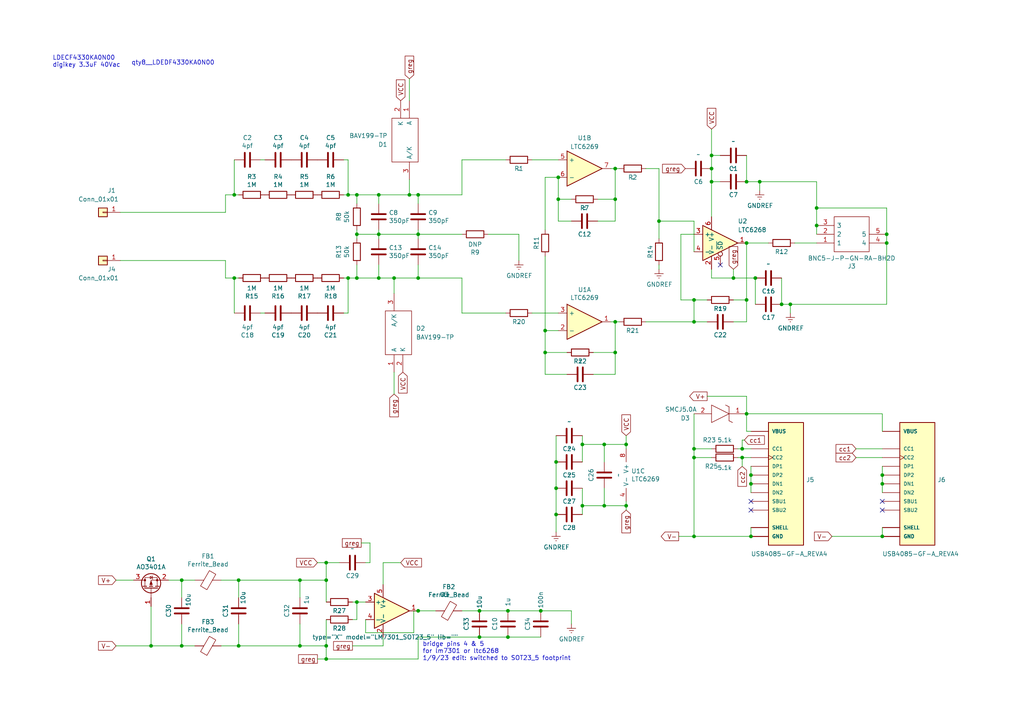
<source format=kicad_sch>
(kicad_sch (version 20211123) (generator eeschema)
  (paper "A4")
  (lib_symbols
    (symbol "BAV199-TP:BAV199-TP" (pin_names (offset 0.762))
      (property "Reference" "D" (at 19.05 7.62 0))
      (property "Value" "BAV199-TP" (at 19.05 5.08 0))
      (symbol "BAV199-TP_0_0"
        (pin passive line (at 0 0 0) (length 5.08) (name "A") (number "1"))
        (pin passive line (at 0 -2.54 0) (length 5.08) (name "K") (number "2"))
        (pin passive line (at 22.86 0 180) (length 5.08) (name "A/K") (number "3"))
      )
      (symbol "BAV199-TP_0_1"
        (polyline (pts (xy 5.08 2.54) (xy 17.78 2.54) (xy 17.78 -5.08) (xy 5.08 -5.08) (xy 5.08 2.54)) (stroke (width 0.1524)))
      )
    )
    (symbol "Connector_Generic:Conn_01x01" (pin_names (offset 1.016) hide)
      (property "Reference" "J" (at 0 2.54 0))
      (property "Value" "Conn_01x01" (at 0 -2.54 0))
      (symbol "Conn_01x01_1_1"
        (rectangle (start -1.27 0.127) (end 0 -0.127) (stroke (width 0.1524)))
        (rectangle (start -1.27 1.27) (end 1.27 -1.27) (stroke (width 0.254)) (fill (type background)))
        (pin passive line (at -5.08 0 0) (length 3.81) (name "Pin_1") (number "1"))
      )
    )
    (symbol "Device:C" (pin_numbers hide) (pin_names (offset 0.254))
      (property "Reference" "C" (at 0.635 2.54 0))
      (property "Value" "C" (at 0.635 -2.54 0))
      (symbol "C_0_1"
        (polyline (pts (xy -2.032 -0.762) (xy 2.032 -0.762)) (stroke (width 0.508)))
        (polyline (pts (xy -2.032 0.762) (xy 2.032 0.762)) (stroke (width 0.508)))
      )
      (symbol "C_1_1"
        (pin passive line (at 0 3.81 270) (length 2.794) (name "~") (number "1"))
        (pin passive line (at 0 -3.81 90) (length 2.794) (name "~") (number "2"))
      )
    )
    (symbol "Device:R" (pin_numbers hide) (pin_names (offset 0))
      (property "Reference" "R" (at 2.032 0 90))
      (property "Value" "R" (at 0 0 90))
      (symbol "R_0_1"
        (rectangle (start -1.016 -2.54) (end 1.016 2.54) (stroke (width 0.254)))
      )
      (symbol "R_1_1"
        (pin passive line (at 0 3.81 270) (length 1.27) (name "~") (number "1"))
        (pin passive line (at 0 -3.81 90) (length 1.27) (name "~") (number "2"))
      )
    )
    (symbol "Transistor_FET:AO3401A" (pin_names hide)
      (property "Reference" "Q" (at 5.08 1.905 0))
      (property "Value" "AO3401A" (at 5.08 0 0))
      (symbol "AO3401A_0_1"
        (polyline (pts (xy 0.254 0) (xy -2.54 0)))
        (polyline (pts (xy 0.254 1.905) (xy 0.254 -1.905)) (stroke (width 0.254)))
        (polyline (pts (xy 0.762 -1.27) (xy 0.762 -2.286)) (stroke (width 0.254)))
        (polyline (pts (xy 0.762 0.508) (xy 0.762 -0.508)) (stroke (width 0.254)))
        (polyline (pts (xy 0.762 2.286) (xy 0.762 1.27)) (stroke (width 0.254)))
        (polyline (pts (xy 2.54 2.54) (xy 2.54 1.778)))
        (polyline (pts (xy 2.54 -2.54) (xy 2.54 0) (xy 0.762 0)))
        (polyline (pts (xy 0.762 1.778) (xy 3.302 1.778) (xy 3.302 -1.778) (xy 0.762 -1.778)))
        (polyline (pts (xy 2.286 0) (xy 1.27 0.381) (xy 1.27 -0.381) (xy 2.286 0)) (fill (type outline)))
        (polyline (pts (xy 2.794 -0.508) (xy 2.921 -0.381) (xy 3.683 -0.381) (xy 3.81 -0.254)))
        (polyline (pts (xy 3.302 -0.381) (xy 2.921 0.254) (xy 3.683 0.254) (xy 3.302 -0.381)))
        (circle (center 1.651 0) (radius 2.794) (stroke (width 0.254)))
        (circle (center 2.54 -1.778) (radius 0.254) (fill (type outline)))
        (circle (center 2.54 1.778) (radius 0.254) (fill (type outline)))
      )
      (symbol "AO3401A_1_1"
        (pin input line (at -5.08 0 0) (length 2.54) (name "G") (number "1"))
        (pin passive line (at 2.54 -5.08 90) (length 2.54) (name "S") (number "2"))
        (pin passive line (at 2.54 5.08 270) (length 2.54) (name "D") (number "3"))
      )
    )
    (symbol "dad_bob-rescue:BNC5-J-P-GN-RA-BH2D-BNC5-J-P-GN-RA-BH2D" (pin_names (offset 0.762))
      (property "Reference" "J" (at 16.51 7.62 0))
      (property "Value" "BNC5-J-P-GN-RA-BH2D-BNC5-J-P-GN-RA-BH2D" (at 16.51 5.08 0))
      (symbol "BNC5-J-P-GN-RA-BH2D-BNC5-J-P-GN-RA-BH2D_0_0"
        (pin passive line (at 0 0 0) (length 5.08) (name "1") (number "1"))
        (pin passive line (at 0 -2.54 0) (length 5.08) (name "2") (number "2"))
        (pin passive line (at 0 -5.08 0) (length 5.08) (name "3") (number "3"))
        (pin passive line (at 20.32 0 180) (length 5.08) (name "4") (number "4"))
        (pin passive line (at 20.32 -2.54 180) (length 5.08) (name "5") (number "5"))
      )
      (symbol "BNC5-J-P-GN-RA-BH2D-BNC5-J-P-GN-RA-BH2D_0_1"
        (polyline (pts (xy 5.08 2.54) (xy 15.24 2.54) (xy 15.24 -7.62) (xy 5.08 -7.62) (xy 5.08 2.54)) (stroke (width 0.1524)))
      )
    )
    (symbol "dad_bob-rescue:Ferrite_Bead-Device" (pin_numbers hide) (pin_names (offset 0))
      (property "Reference" "FB" (at -3.81 0.635 90))
      (property "Value" "Ferrite_Bead-Device" (at 3.81 0 90))
      (symbol "Ferrite_Bead-Device_0_1"
        (polyline (pts (xy 0 -1.27) (xy 0 -1.2192)))
        (polyline (pts (xy 0 1.27) (xy 0 1.2954)))
        (polyline (pts (xy -2.7686 0.4064) (xy -1.7018 2.2606) (xy 2.7686 -0.3048) (xy 1.6764 -2.159) (xy -2.7686 0.4064)))
      )
      (symbol "Ferrite_Bead-Device_1_1"
        (pin passive line (at 0 3.81 270) (length 2.54) (name "~") (number "1"))
        (pin passive line (at 0 -3.81 90) (length 2.54) (name "~") (number "2"))
      )
    )
    (symbol "dad_bob-rescue:LTC6268_TSOT-23-Linear_Technology"
      (property "Reference" "U" (at 3.81 5.08 0))
      (property "Value" "LTC6268_TSOT-23-Linear_Technology" (at 3.81 -5.08 0))
      (symbol "LTC6268_TSOT-23-Linear_Technology_0_1"
        (polyline (pts (xy -5.08 5.08) (xy 5.08 0) (xy -5.08 -5.08) (xy -5.08 5.08)) (stroke (width 0.254)) (fill (type background)))
        (pin power_in line (at -2.54 -7.62 90) (length 3.81) (name "V-") (number "2"))
        (pin input inverted (at 0 -6.35 90) (length 3.81) (name "~{SD}") (number "5"))
        (pin power_in line (at -2.54 7.62 270) (length 3.81) (name "V+") (number "6"))
      )
      (symbol "LTC6268_TSOT-23-Linear_Technology_1_1"
        (pin output line (at 7.62 0 180) (length 2.54) (name "~") (number "1"))
        (pin input line (at -7.62 2.54 0) (length 2.54) (name "+") (number "3"))
        (pin input line (at -7.62 -2.54 0) (length 2.54) (name "-") (number "4"))
      )
    )
    (symbol "dad_bob-rescue:Opamp_Dual_Generic-Device"
      (property "Reference" "U" (at 0 5.08 0))
      (property "Value" "Opamp_Dual_Generic-Device" (at 0 -5.08 0))
      (symbol "Opamp_Dual_Generic-Device_1_1"
        (polyline (pts (xy -5.08 5.08) (xy 5.08 0) (xy -5.08 -5.08) (xy -5.08 5.08)) (stroke (width 0.254)) (fill (type background)))
        (pin output line (at 7.62 0 180) (length 2.54) (name "~") (number "1"))
        (pin input line (at -7.62 -2.54 0) (length 2.54) (name "-") (number "2"))
        (pin input line (at -7.62 2.54 0) (length 2.54) (name "+") (number "3"))
      )
      (symbol "Opamp_Dual_Generic-Device_2_1"
        (polyline (pts (xy -5.08 5.08) (xy 5.08 0) (xy -5.08 -5.08) (xy -5.08 5.08)) (stroke (width 0.254)) (fill (type background)))
        (pin input line (at -7.62 2.54 0) (length 2.54) (name "+") (number "5"))
        (pin input line (at -7.62 -2.54 0) (length 2.54) (name "-") (number "6"))
        (pin output line (at 7.62 0 180) (length 2.54) (name "~") (number "7"))
      )
      (symbol "Opamp_Dual_Generic-Device_3_1"
        (pin power_in line (at -2.54 -7.62 90) (length 3.81) (name "V-") (number "4"))
        (pin power_in line (at -2.54 7.62 270) (length 3.81) (name "V+") (number "8"))
      )
    )
    (symbol "dad_bob-rescue:SMCJ5.0A-00_kyuditsky_kicad" (pin_names (offset 0.762))
      (property "Reference" "D" (at 10.16 8.89 0))
      (property "Value" "SMCJ5.0A-00_kyuditsky_kicad" (at 10.16 6.35 0))
      (symbol "SMCJ5.0A-00_kyuditsky_kicad_0_0"
        (pin passive line (at 0 0 0) (length 5.08) (name "~") (number "1"))
        (pin passive line (at 15.24 0 180) (length 5.08) (name "~") (number "2"))
      )
      (symbol "SMCJ5.0A-00_kyuditsky_kicad_0_1"
        (polyline (pts (xy 4.064 2.54) (xy 5.08 2.032)) (stroke (width 0.1524)))
        (polyline (pts (xy 5.08 -2.032) (xy 5.08 2.032)) (stroke (width 0.1524)))
        (polyline (pts (xy 5.08 -2.032) (xy 6.096 -2.54)) (stroke (width 0.1524)))
        (polyline (pts (xy 5.08 0) (xy 10.16 2.54) (xy 10.16 -2.54) (xy 5.08 0)) (stroke (width 0.1524)))
      )
    )
    (symbol "dad_bob-rescue:USB4085-GF-A_REVA4-00_kyuditsky_kicad" (pin_numbers hide) (pin_names (offset 1.016))
      (property "Reference" "J" (at -5.1054 18.3134 0))
      (property "Value" "USB4085-GF-A_REVA4-00_kyuditsky_kicad" (at -5.1054 -20.3708 0))
      (symbol "USB4085-GF-A_REVA4-00_kyuditsky_kicad_0_0"
        (rectangle (start -5.08 -17.78) (end 5.08 17.78) (stroke (width 0.254)) (fill (type background)))
        (pin passive line (at -10.16 -15.24 0) (length 5.08) (name "GND") (number "A1"))
        (pin passive line (at -10.16 -15.24 0) (length 5.08) (name "GND") (number "A12"))
        (pin power_in line (at -10.16 15.24 0) (length 5.08) (name "VBUS") (number "A4"))
        (pin bidirectional line (at -10.16 10.16 0) (length 5.08) (name "CC1") (number "A5"))
        (pin bidirectional line (at -10.16 5.08 0) (length 5.08) (name "DP1") (number "A6"))
        (pin bidirectional line (at -10.16 0 0) (length 5.08) (name "DN1") (number "A7"))
        (pin bidirectional line (at -10.16 -5.08 0) (length 5.08) (name "SBU1") (number "A8"))
        (pin power_in line (at -10.16 15.24 0) (length 5.08) (name "VBUS") (number "A9"))
        (pin passive line (at -10.16 -15.24 0) (length 5.08) (name "GND") (number "B1"))
        (pin passive line (at -10.16 -15.24 0) (length 5.08) (name "GND") (number "B12"))
        (pin power_in line (at -10.16 15.24 0) (length 5.08) (name "VBUS") (number "B4"))
        (pin bidirectional clock (at -10.16 7.62 0) (length 5.08) (name "CC2") (number "B5"))
        (pin bidirectional line (at -10.16 2.54 0) (length 5.08) (name "DP2") (number "B6"))
        (pin bidirectional line (at -10.16 -2.54 0) (length 5.08) (name "DN2") (number "B7"))
        (pin bidirectional line (at -10.16 -7.62 0) (length 5.08) (name "SBU2") (number "B8"))
        (pin power_in line (at -10.16 15.24 0) (length 5.08) (name "VBUS") (number "B9"))
        (pin passive line (at -10.16 -12.7 0) (length 5.08) (name "SHELL") (number "P1"))
        (pin passive line (at -10.16 -12.7 0) (length 5.08) (name "SHELL") (number "P2"))
        (pin passive line (at -10.16 -12.7 0) (length 5.08) (name "SHELL") (number "P3"))
        (pin passive line (at -10.16 -12.7 0) (length 5.08) (name "SHELL") (number "P4"))
      )
    )
    (symbol "kyuditsky_kicad:LM7301_SOT23_5" (pin_names (offset 0.254))
      (property "Reference" "U" (at 3.81 3.175 0))
      (property "Value" "LM7301_SOT23_5" (at 3.81 -3.175 0))
      (symbol "LM7301_SOT23_5_0_1"
        (polyline (pts (xy 5.08 0) (xy -5.08 5.08) (xy -5.08 -5.08) (xy 5.08 0)) (stroke (width 0.254)) (fill (type background)))
      )
      (symbol "LM7301_SOT23_5_1_1"
        (pin output line (at 7.62 0 180) (length 2.54) (name "~") (number "1"))
        (pin power_in line (at -2.54 -7.62 90) (length 3.81) (name "V-") (number "2"))
        (pin input line (at -7.62 2.54 0) (length 2.54) (name "+") (number "3"))
        (pin input line (at -7.62 -2.54 0) (length 2.54) (name "-") (number "4"))
        (pin power_in line (at -2.54 7.62 270) (length 3.81) (name "V+") (number "5"))
      )
    )
    (symbol "power:GNDREF" (power) (pin_names (offset 0))
      (property "Value" "GNDREF" (at 0 -3.81 0))
      (symbol "GNDREF_0_1"
        (polyline (pts (xy -0.635 -1.905) (xy 0.635 -1.905)))
        (polyline (pts (xy -0.127 -2.54) (xy 0.127 -2.54)))
        (polyline (pts (xy 0 -1.27) (xy 0 0)))
        (polyline (pts (xy 1.27 -1.27) (xy -1.27 -1.27)))
      )
      (symbol "GNDREF_1_1"
        (pin power_in line (at 0 0 270) (length 0) hide (name "GNDREF") (number "1"))
      )
    )
  )
  (junction (at 67.945 80.645))
  (junction (at 139.065 177.165))
  (junction (at 161.29 141.605))
  (junction (at 139.065 184.785))
  (junction (at 220.345 52.705))
  (junction (at 257.175 70.485))
  (junction (at 216.535 86.995))
  (junction (at 178.435 102.235))
  (junction (at 216.535 70.485))
  (junction (at 216.535 52.705))
  (junction (at 206.375 48.895))
  (junction (at 69.215 187.325))
  (junction (at 161.29 133.985))
  (junction (at 212.725 80.645))
  (junction (at 168.91 128.905))
  (junction (at 103.505 56.515))
  (junction (at 219.075 80.645))
  (junction (at 109.855 67.945))
  (junction (at 201.295 93.345))
  (junction (at 161.925 51.435))
  (junction (at 178.435 93.345))
  (junction (at 52.705 187.325))
  (junction (at 100.965 80.645))
  (junction (at 217.805 155.575))
  (junction (at 175.26 128.905))
  (junction (at 121.285 56.515))
  (junction (at 121.285 80.645))
  (junction (at 226.695 88.265))
  (junction (at 217.805 140.335))
  (junction (at 69.215 168.275))
  (junction (at 201.295 86.995))
  (junction (at 94.615 191.135))
  (junction (at 175.26 146.685))
  (junction (at 161.29 149.225))
  (junction (at 103.505 174.625))
  (junction (at 118.745 56.515))
  (junction (at 215.265 130.175))
  (junction (at 255.905 140.335))
  (junction (at 114.3 80.645))
  (junction (at 257.175 67.945))
  (junction (at 67.945 56.515))
  (junction (at 178.435 57.785))
  (junction (at 147.32 184.785))
  (junction (at 94.615 187.325))
  (junction (at 255.905 155.575))
  (junction (at 201.295 132.715))
  (junction (at 161.925 57.785))
  (junction (at 94.615 168.275))
  (junction (at 100.965 56.515))
  (junction (at 94.615 163.195))
  (junction (at 191.135 64.135))
  (junction (at 178.435 48.895))
  (junction (at 206.375 45.085))
  (junction (at 109.855 56.515))
  (junction (at 181.61 146.685))
  (junction (at 255.905 137.795))
  (junction (at 158.115 102.235))
  (junction (at 229.235 88.265))
  (junction (at 103.505 67.945))
  (junction (at 168.91 146.685))
  (junction (at 206.375 52.705))
  (junction (at 201.295 130.175))
  (junction (at 217.805 137.795))
  (junction (at 201.295 155.575))
  (junction (at 236.855 60.325))
  (junction (at 43.815 187.325))
  (junction (at 147.32 177.165))
  (junction (at 215.265 132.715))
  (junction (at 121.285 67.945))
  (junction (at 216.535 120.015))
  (junction (at 52.705 168.275))
  (junction (at 236.855 65.405))
  (junction (at 103.505 80.645))
  (junction (at 86.995 168.275))
  (junction (at 109.855 80.645))
  (junction (at 158.115 95.885))
  (junction (at 156.845 177.165))
  (junction (at 121.285 177.165))
  (junction (at 86.995 187.325))
  (junction (at 181.61 128.905))
  (no_connect (at 255.905 145.415))
  (no_connect (at 217.805 147.955))
  (no_connect (at 255.905 147.955))
  (no_connect (at 217.805 145.415))
  (no_connect (at 208.915 76.835))
  (wire (pts (xy 197.485 67.945) (xy 201.295 67.945)))
  (wire (pts (xy 64.135 168.275) (xy 69.215 168.275)))
  (wire (pts (xy 236.855 52.705) (xy 236.855 60.325)))
  (wire (pts (xy 106.045 183.515) (xy 120.015 183.515)))
  (wire (pts (xy 52.705 187.325) (xy 56.515 187.325)))
  (wire (pts (xy 94.615 191.135) (xy 94.615 187.325)))
  (wire (pts (xy 181.61 128.905) (xy 181.61 130.175)))
  (wire (pts (xy 216.535 125.095) (xy 216.535 120.015)))
  (wire (pts (xy 147.32 184.785) (xy 156.845 184.785)))
  (wire (pts (xy 75.565 90.805) (xy 76.835 90.805)))
  (wire (pts (xy 100.965 56.515) (xy 99.695 56.515)))
  (wire (pts (xy 220.345 52.705) (xy 220.345 55.245)))
  (wire (pts (xy 236.855 60.325) (xy 257.175 60.325)))
  (wire (pts (xy 205.105 86.995) (xy 201.295 86.995)))
  (wire (pts (xy 158.115 95.885) (xy 161.925 95.885)))
  (wire (pts (xy 161.925 57.785) (xy 161.925 64.135)))
  (wire (pts (xy 92.075 191.135) (xy 94.615 191.135)))
  (wire (pts (xy 67.945 80.645) (xy 69.215 80.645)))
  (wire (pts (xy 161.29 141.605) (xy 161.29 133.985)))
  (wire (pts (xy 216.535 93.345) (xy 212.725 93.345)))
  (wire (pts (xy 34.925 61.595) (xy 65.405 61.595)))
  (wire (pts (xy 69.215 168.275) (xy 86.995 168.275)))
  (wire (pts (xy 217.805 125.095) (xy 216.535 125.095)))
  (wire (pts (xy 241.3 155.575) (xy 255.905 155.575)))
  (wire (pts (xy 187.325 48.895) (xy 191.135 48.895)))
  (wire (pts (xy 158.115 74.295) (xy 158.115 95.885)))
  (wire (pts (xy 168.91 141.605) (xy 168.91 146.685)))
  (wire (pts (xy 255.905 140.335) (xy 255.905 142.875)))
  (wire (pts (xy 133.985 56.515) (xy 133.985 46.355)))
  (wire (pts (xy 121.285 67.945) (xy 109.855 67.945)))
  (wire (pts (xy 196.85 155.575) (xy 201.295 155.575)))
  (wire (pts (xy 205.105 93.345) (xy 201.295 93.345)))
  (wire (pts (xy 161.29 154.305) (xy 161.29 149.225)))
  (wire (pts (xy 100.965 56.515) (xy 103.505 56.515)))
  (wire (pts (xy 94.615 191.135) (xy 121.285 191.135)))
  (wire (pts (xy 206.375 132.715) (xy 201.295 132.715)))
  (wire (pts (xy 168.91 128.905) (xy 168.91 133.985)))
  (wire (pts (xy 158.115 102.235) (xy 158.115 108.585)))
  (wire (pts (xy 216.535 45.085) (xy 216.535 52.705)))
  (wire (pts (xy 215.265 130.175) (xy 217.805 130.175)))
  (wire (pts (xy 109.855 66.675) (xy 109.855 67.945)))
  (wire (pts (xy 217.805 137.795) (xy 217.805 140.335)))
  (wire (pts (xy 98.425 163.195) (xy 94.615 163.195)))
  (wire (pts (xy 158.115 108.585) (xy 164.465 108.585)))
  (wire (pts (xy 257.175 60.325) (xy 257.175 67.945)))
  (wire (pts (xy 139.065 177.165) (xy 147.32 177.165)))
  (wire (pts (xy 86.995 168.275) (xy 94.615 168.275)))
  (wire (pts (xy 52.705 168.275) (xy 56.515 168.275)))
  (wire (pts (xy 201.295 120.015) (xy 201.295 130.175)))
  (wire (pts (xy 52.705 180.975) (xy 52.705 187.325)))
  (wire (pts (xy 100.965 46.355) (xy 99.695 46.355)))
  (wire (pts (xy 206.375 48.895) (xy 206.375 52.705)))
  (wire (pts (xy 178.435 102.235) (xy 178.435 108.585)))
  (wire (pts (xy 111.125 187.325) (xy 111.125 184.785)))
  (wire (pts (xy 236.855 65.405) (xy 236.855 60.325)))
  (wire (pts (xy 230.505 70.485) (xy 236.855 70.485)))
  (wire (pts (xy 165.735 177.165) (xy 165.735 180.975)))
  (wire (pts (xy 133.985 56.515) (xy 121.285 56.515)))
  (wire (pts (xy 133.985 90.805) (xy 133.985 80.645)))
  (wire (pts (xy 100.965 80.645) (xy 103.505 80.645)))
  (wire (pts (xy 216.535 70.485) (xy 216.535 86.995)))
  (wire (pts (xy 133.985 46.355) (xy 146.685 46.355)))
  (wire (pts (xy 178.435 93.345) (xy 179.705 93.345)))
  (wire (pts (xy 181.61 126.365) (xy 181.61 128.905)))
  (wire (pts (xy 236.855 67.945) (xy 236.855 65.405)))
  (wire (pts (xy 177.165 48.895) (xy 178.435 48.895)))
  (wire (pts (xy 65.405 56.515) (xy 67.945 56.515)))
  (wire (pts (xy 65.405 80.645) (xy 67.945 80.645)))
  (wire (pts (xy 86.995 173.355) (xy 86.995 168.275)))
  (wire (pts (xy 175.26 146.685) (xy 168.91 146.685)))
  (wire (pts (xy 121.285 184.785) (xy 121.285 191.135)))
  (wire (pts (xy 121.285 66.675) (xy 121.285 67.945)))
  (wire (pts (xy 173.355 57.785) (xy 178.435 57.785)))
  (wire (pts (xy 69.215 187.325) (xy 86.995 187.325)))
  (wire (pts (xy 229.235 90.805) (xy 229.235 88.265)))
  (wire (pts (xy 201.295 86.995) (xy 201.295 93.345)))
  (wire (pts (xy 226.695 80.645) (xy 226.695 88.265)))
  (wire (pts (xy 69.215 180.975) (xy 69.215 187.325)))
  (wire (pts (xy 191.135 64.135) (xy 191.135 69.215)))
  (wire (pts (xy 197.485 86.995) (xy 197.485 67.945)))
  (wire (pts (xy 217.805 153.035) (xy 217.805 155.575)))
  (wire (pts (xy 161.29 149.225) (xy 161.29 141.605)))
  (wire (pts (xy 120.015 183.515) (xy 120.015 177.165)))
  (wire (pts (xy 219.075 80.645) (xy 219.075 88.265)))
  (wire (pts (xy 67.945 56.515) (xy 69.215 56.515)))
  (wire (pts (xy 168.91 126.365) (xy 168.91 128.905)))
  (wire (pts (xy 213.995 130.175) (xy 215.265 130.175)))
  (wire (pts (xy 212.725 80.645) (xy 212.725 78.105)))
  (wire (pts (xy 161.925 46.355) (xy 154.305 46.355)))
  (wire (pts (xy 65.405 61.595) (xy 65.405 56.515)))
  (wire (pts (xy 217.805 135.255) (xy 217.805 137.795)))
  (wire (pts (xy 255.905 135.255) (xy 255.905 137.795)))
  (wire (pts (xy 158.115 95.885) (xy 158.115 102.235)))
  (wire (pts (xy 201.295 132.715) (xy 201.295 155.575)))
  (wire (pts (xy 103.505 76.835) (xy 103.505 80.645)))
  (wire (pts (xy 257.175 67.945) (xy 257.175 70.485)))
  (wire (pts (xy 206.375 80.645) (xy 212.725 80.645)))
  (wire (pts (xy 205.105 114.935) (xy 216.535 114.935)))
  (wire (pts (xy 161.925 64.135) (xy 165.735 64.135)))
  (wire (pts (xy 215.265 132.715) (xy 217.805 132.715)))
  (wire (pts (xy 52.705 168.275) (xy 48.895 168.275)))
  (wire (pts (xy 229.235 88.265) (xy 226.695 88.265)))
  (wire (pts (xy 107.315 163.195) (xy 106.045 163.195)))
  (wire (pts (xy 178.435 93.345) (xy 178.435 102.235)))
  (wire (pts (xy 104.775 157.48) (xy 107.315 157.48)))
  (wire (pts (xy 215.9 127.635) (xy 215.265 127.635)))
  (wire (pts (xy 175.26 128.905) (xy 168.91 128.905)))
  (wire (pts (xy 206.375 37.465) (xy 206.375 45.085)))
  (wire (pts (xy 216.535 52.705) (xy 220.345 52.705)))
  (wire (pts (xy 100.965 80.645) (xy 99.695 80.645)))
  (wire (pts (xy 94.615 163.195) (xy 94.615 168.275)))
  (wire (pts (xy 102.235 187.325) (xy 111.125 187.325)))
  (wire (pts (xy 133.985 80.645) (xy 121.285 80.645)))
  (wire (pts (xy 248.285 132.715) (xy 255.905 132.715)))
  (wire (pts (xy 158.115 66.675) (xy 158.115 51.435)))
  (wire (pts (xy 191.135 64.135) (xy 201.295 64.135)))
  (wire (pts (xy 109.855 67.945) (xy 109.855 69.215)))
  (wire (pts (xy 139.065 184.785) (xy 147.32 184.785)))
  (wire (pts (xy 257.175 88.265) (xy 257.175 70.485)))
  (wire (pts (xy 215.265 127.635) (xy 215.265 130.175)))
  (wire (pts (xy 114.3 107.95) (xy 114.3 114.3)))
  (wire (pts (xy 103.505 66.675) (xy 103.505 67.945)))
  (wire (pts (xy 150.495 67.945) (xy 141.605 67.945)))
  (wire (pts (xy 111.125 163.195) (xy 116.205 163.195)))
  (wire (pts (xy 121.285 76.835) (xy 121.285 80.645)))
  (wire (pts (xy 133.985 177.165) (xy 139.065 177.165)))
  (wire (pts (xy 201.295 64.135) (xy 201.295 73.025)))
  (wire (pts (xy 94.615 168.275) (xy 94.615 174.625)))
  (wire (pts (xy 65.405 75.565) (xy 65.405 80.645)))
  (wire (pts (xy 107.315 157.48) (xy 107.315 163.195)))
  (wire (pts (xy 255.905 120.015) (xy 255.905 125.095)))
  (wire (pts (xy 206.375 45.085) (xy 206.375 48.895)))
  (wire (pts (xy 168.91 146.685) (xy 168.91 149.225)))
  (wire (pts (xy 118.745 56.515) (xy 121.285 56.515)))
  (wire (pts (xy 64.135 187.325) (xy 69.215 187.325)))
  (wire (pts (xy 111.125 163.195) (xy 111.125 169.545)))
  (wire (pts (xy 175.26 133.985) (xy 175.26 128.905)))
  (wire (pts (xy 201.295 86.995) (xy 197.485 86.995)))
  (wire (pts (xy 150.495 75.565) (xy 150.495 67.945)))
  (wire (pts (xy 103.505 80.645) (xy 109.855 80.645)))
  (wire (pts (xy 216.535 120.015) (xy 255.905 120.015)))
  (wire (pts (xy 175.26 128.905) (xy 181.61 128.905)))
  (wire (pts (xy 109.855 59.055) (xy 109.855 56.515)))
  (wire (pts (xy 154.305 90.805) (xy 161.925 90.805)))
  (wire (pts (xy 161.925 57.785) (xy 165.735 57.785)))
  (wire (pts (xy 121.285 67.945) (xy 133.985 67.945)))
  (wire (pts (xy 34.925 75.565) (xy 65.405 75.565)))
  (wire (pts (xy 206.375 78.105) (xy 206.375 80.645)))
  (wire (pts (xy 217.805 140.335) (xy 217.805 142.875)))
  (wire (pts (xy 206.375 130.175) (xy 201.295 130.175)))
  (wire (pts (xy 208.915 45.085) (xy 206.375 45.085)))
  (wire (pts (xy 67.945 46.355) (xy 67.945 56.515)))
  (wire (pts (xy 139.065 184.785) (xy 121.285 184.785)))
  (wire (pts (xy 103.505 67.945) (xy 103.505 69.215)))
  (wire (pts (xy 248.285 130.175) (xy 255.905 130.175)))
  (wire (pts (xy 208.915 52.705) (xy 206.375 52.705)))
  (wire (pts (xy 109.855 80.645) (xy 114.3 80.645)))
  (wire (pts (xy 181.61 146.685) (xy 181.61 145.415)))
  (wire (pts (xy 76.835 46.355) (xy 75.565 46.355)))
  (wire (pts (xy 109.855 67.945) (xy 103.505 67.945)))
  (wire (pts (xy 121.285 177.165) (xy 126.365 177.165)))
  (wire (pts (xy 109.855 76.835) (xy 109.855 80.645)))
  (wire (pts (xy 206.375 52.705) (xy 206.375 62.865)))
  (wire (pts (xy 178.435 57.785) (xy 178.435 64.135)))
  (wire (pts (xy 133.985 90.805) (xy 146.685 90.805)))
  (wire (pts (xy 229.235 88.265) (xy 257.175 88.265)))
  (wire (pts (xy 43.815 187.325) (xy 52.705 187.325)))
  (wire (pts (xy 175.26 141.605) (xy 175.26 146.685)))
  (wire (pts (xy 121.285 59.055) (xy 121.285 56.515)))
  (wire (pts (xy 161.925 51.435) (xy 161.925 57.785)))
  (wire (pts (xy 178.435 48.895) (xy 179.705 48.895)))
  (wire (pts (xy 103.505 56.515) (xy 109.855 56.515)))
  (wire (pts (xy 216.535 86.995) (xy 216.535 93.345)))
  (wire (pts (xy 102.235 179.705) (xy 103.505 179.705)))
  (wire (pts (xy 103.505 174.625) (xy 106.045 174.625)))
  (wire (pts (xy 43.815 175.895) (xy 43.815 187.325)))
  (wire (pts (xy 213.995 132.715) (xy 215.265 132.715)))
  (wire (pts (xy 86.995 180.975) (xy 86.995 187.325)))
  (wire (pts (xy 100.965 90.805) (xy 100.965 80.645)))
  (wire (pts (xy 147.32 177.165) (xy 156.845 177.165)))
  (wire (pts (xy 114.3 80.645) (xy 114.3 85.09)))
  (wire (pts (xy 216.535 114.935) (xy 216.535 120.015)))
  (wire (pts (xy 187.325 93.345) (xy 201.295 93.345)))
  (wire (pts (xy 158.115 51.435) (xy 161.925 51.435)))
  (wire (pts (xy 109.855 56.515) (xy 118.745 56.515)))
  (wire (pts (xy 67.945 90.805) (xy 67.945 80.645)))
  (wire (pts (xy 120.015 177.165) (xy 121.285 177.165)))
  (wire (pts (xy 114.3 80.645) (xy 121.285 80.645)))
  (wire (pts (xy 178.435 108.585) (xy 172.085 108.585)))
  (wire (pts (xy 172.085 102.235) (xy 178.435 102.235)))
  (wire (pts (xy 121.285 67.945) (xy 121.285 69.215)))
  (wire (pts (xy 33.655 168.275) (xy 38.735 168.275)))
  (wire (pts (xy 217.805 155.575) (xy 201.295 155.575)))
  (wire (pts (xy 212.725 86.995) (xy 216.535 86.995)))
  (wire (pts (xy 181.61 147.955) (xy 181.61 146.685)))
  (wire (pts (xy 175.26 146.685) (xy 181.61 146.685)))
  (wire (pts (xy 33.655 187.325) (xy 43.815 187.325)))
  (wire (pts (xy 106.045 179.705) (xy 106.045 183.515)))
  (wire (pts (xy 102.235 174.625) (xy 103.505 174.625)))
  (wire (pts (xy 158.115 102.235) (xy 164.465 102.235)))
  (wire (pts (xy 215.265 132.715) (xy 215.265 135.255)))
  (wire (pts (xy 255.905 153.035) (xy 255.905 155.575)))
  (wire (pts (xy 69.215 173.355) (xy 69.215 168.275)))
  (wire (pts (xy 156.845 177.165) (xy 165.735 177.165)))
  (wire (pts (xy 178.435 64.135) (xy 173.355 64.135)))
  (wire (pts (xy 255.905 137.795) (xy 255.905 140.335)))
  (wire (pts (xy 103.505 174.625) (xy 103.505 179.705)))
  (wire (pts (xy 177.165 93.345) (xy 178.435 93.345)))
  (wire (pts (xy 212.725 80.645) (xy 219.075 80.645)))
  (wire (pts (xy 94.615 187.325) (xy 94.615 179.705)))
  (wire (pts (xy 52.705 173.355) (xy 52.705 168.275)))
  (wire (pts (xy 118.745 52.07) (xy 118.745 56.515)))
  (wire (pts (xy 178.435 48.895) (xy 178.435 57.785)))
  (wire (pts (xy 191.135 78.105) (xy 191.135 76.835)))
  (wire (pts (xy 216.535 70.485) (xy 222.885 70.485)))
  (wire (pts (xy 201.295 130.175) (xy 201.295 132.715)))
  (wire (pts (xy 220.345 52.705) (xy 236.855 52.705)))
  (wire (pts (xy 99.695 90.805) (xy 100.965 90.805)))
  (wire (pts (xy 86.995 187.325) (xy 94.615 187.325)))
  (wire (pts (xy 103.505 59.055) (xy 103.505 56.515)))
  (wire (pts (xy 191.135 48.895) (xy 191.135 64.135)))
  (wire (pts (xy 100.965 56.515) (xy 100.965 46.355)))
  (wire (pts (xy 92.075 163.195) (xy 94.615 163.195)))
  (wire (pts (xy 118.745 29.21) (xy 118.745 22.86)))
  (wire (pts (xy 161.29 133.985) (xy 161.29 126.365)))
  (text "LDECF4330KA0N00\ndigikey 3.3uF 40Vac" (at 15.24 19.685 0) (effects (font (size 1.27 1.27)) (justify left bottom)))
  (text "bridge pins 4 & 5\nfor lm7301 or ltc6268\n1/9/23 edit: switched to SOT23_5 footprint" (at 122.555 191.77 0) (effects (font (size 1.27 1.27)) (justify left bottom)))
  (text "qty8__LDEDF4330KA0N00\n" (at 38.1 19.05 0) (effects (font (size 1.27 1.27)) (justify left bottom)))
  (global_label "cc1" (shape input) (at 215.9 127.635 0) (property "Intersheet References" "${INTERSHEET_REFS}" (effects hide)))
  (global_label "VCC" (shape input) (at 181.61 126.365 90) (property "Intersheet References" "${INTERSHEET_REFS}" (effects hide)))
  (global_label "VCC" (shape input) (at 206.375 37.465 90) (property "Intersheet References" "${INTERSHEET_REFS}" (effects hide)))
  (global_label "V+" (shape output) (at 205.105 114.935 180) (property "Intersheet References" "${INTERSHEET_REFS}" (effects hide)))
  (global_label "VCC" (shape input) (at 116.84 107.95 270) (property "Intersheet References" "${INTERSHEET_REFS}" (effects hide)))
  (global_label "VCC" (shape input) (at 116.205 29.21 90) (property "Intersheet References" "${INTERSHEET_REFS}" (effects hide)))
  (global_label "V+" (shape input) (at 33.655 168.275 180) (property "Intersheet References" "${INTERSHEET_REFS}" (effects hide)))
  (global_label "VCC" (shape input) (at 116.205 163.195 0) (property "Intersheet References" "${INTERSHEET_REFS}" (effects hide)))
  (global_label "greg" (shape passive) (at 92.075 191.135 180) (property "Intersheet References" "${INTERSHEET_REFS}" (effects hide)))
  (global_label "greg" (shape input) (at 118.745 22.86 90) (property "Intersheet References" "${INTERSHEET_REFS}" (effects hide)))
  (global_label "V-" (shape output) (at 196.85 155.575 180) (property "Intersheet References" "${INTERSHEET_REFS}" (effects hide)))
  (global_label "greg" (shape input) (at 114.3 114.3 270) (property "Intersheet References" "${INTERSHEET_REFS}" (effects hide)))
  (global_label "VCC" (shape input) (at 92.075 163.195 180) (property "Intersheet References" "${INTERSHEET_REFS}" (effects hide)))
  (global_label "cc2" (shape input) (at 248.285 132.715 180) (property "Intersheet References" "${INTERSHEET_REFS}" (effects hide)))
  (global_label "greg" (shape input) (at 181.61 147.955 270) (property "Intersheet References" "${INTERSHEET_REFS}" (effects hide)))
  (global_label "cc2" (shape input) (at 215.265 135.255 270) (property "Intersheet References" "${INTERSHEET_REFS}" (effects hide)))
  (global_label "V-" (shape input) (at 241.3 155.575 180) (property "Intersheet References" "${INTERSHEET_REFS}" (effects hide)))
  (global_label "V-" (shape input) (at 33.655 187.325 180) (property "Intersheet References" "${INTERSHEET_REFS}" (effects hide)))
  (global_label "greg" (shape input) (at 198.755 48.895 180) (property "Intersheet References" "${INTERSHEET_REFS}" (effects hide)))
  (global_label "greg" (shape passive) (at 104.775 157.48 180) (property "Intersheet References" "${INTERSHEET_REFS}" (effects hide)))
  (global_label "cc1" (shape input) (at 248.285 130.175 180) (property "Intersheet References" "${INTERSHEET_REFS}" (effects hide)))
  (global_label "greg" (shape input) (at 212.725 78.105 90) (property "Intersheet References" "${INTERSHEET_REFS}" (effects hide)))
  (global_label "greg" (shape passive) (at 102.235 187.325 180) (property "Intersheet References" "${INTERSHEET_REFS}" (effects hide)))
  (symbol (lib_id "Connector_Generic:Conn_01x01") (at 29.845 75.565 180) (unit 1)
    (property "Reference" "J4" (at 32.385 78.105 0))
    (property "Value" "Conn_01x01" (at 28.575 80.645 0))
    (property "Footprint" "kyuditsky_kicad:Banana_Jack_S_RA_73099" (effects hide))
    (property "Spice_Primitive" "R" (effects hide))
    (property "Spice_Model" "1" (effects hide))
    (property "Spice_Netlist_Enabled" "N" (effects hide))
  )
  (symbol (lib_id "Connector_Generic:Conn_01x01") (at 29.845 61.595 180) (unit 1)
    (property "Reference" "J1" (at 32.385 55.245 0))
    (property "Value" "Conn_01x01" (at 28.575 57.785 0))
    (property "Footprint" "kyuditsky_kicad:Banana_Jack_S_RA_73099" (effects hide))
    (property "Spice_Primitive" "R" (effects hide))
    (property "Spice_Model" "1" (effects hide))
    (property "Spice_Netlist_Enabled" "N" (effects hide))
  )
  (symbol (lib_id "Device:R") (at 210.185 130.175 90) (unit 1)
    (property "Reference" "R23" (at 205.74 127.635 90))
    (property "Value" "5.1k" (at 210.185 127.635 90))
    (property "Footprint" "Resistor_SMD:R_0603_1608Metric_Pad0.98x0.95mm_HandSolder" (effects hide))
  )
  (symbol (lib_id "Device:R") (at 210.185 132.715 270) (unit 1)
    (property "Reference" "R25" (at 206.375 135.255 90))
    (property "Value" "5.1k" (at 210.185 135.6614 90))
    (property "Footprint" "Resistor_SMD:R_0603_1608Metric_Pad0.98x0.95mm_HandSolder" (effects hide))
  )
  (symbol (lib_id "dad_bob-rescue:SMCJ5.0A-00_kyuditsky_kicad") (at 216.535 120.015 180) (unit 1)
    (property "Reference" "D3" (at 198.755 121.285 0))
    (property "Value" "SMCJ5.0A" (at 197.485 118.745 0))
    (property "Footprint" "kyuditsky_kicad:littlefuseTVS" (effects hide))
    (property "Datasheet" "https://componentsearchengine.com/Datasheets/2/SMCJ5.0A.pdf" (effects hide))
    (property "Description" "ESD Suppressors / TVS Diodes 1.5kW 5V 5% Uni-Directional" (effects hide))
    (property "Height" "2.62" (effects hide))
    (property "Mouser Part Number" "576-SMCJ5.0A" (effects hide))
    (property "Mouser Price/Stock" "https://www.mouser.co.uk/ProductDetail/Littelfuse/SMCJ50A?qs=HR2RnyOI4E4RumofpgUEcw%3D%3D" (effects hide))
    (property "Manufacturer_Name" "LITTELFUSE" (effects hide))
    (property "Manufacturer_Part_Number" "SMCJ5.0A" (effects hide))
  )
  (symbol (lib_id "dad_bob-rescue:USB4085-GF-A_REVA4-00_kyuditsky_kicad") (at 227.965 140.335 0) (unit 1)
    (property "Reference" "J5" (at 233.807 139.1666 0) (effects (justify left)))
    (property "Value" "USB4085-GF-A_REVA4" (at 217.805 160.655 0) (effects (justify left)))
    (property "Footprint" "kyuditsky_kicad:GCT_USB4085-GF-A_REVA4" (effects hide))
    (property "PARTREV" "A4" (effects hide))
    (property "MAXIMUM_PACKAGE_HEIGHT" "3.46mm" (effects hide))
    (property "MANUFACTURER" "Global Connector Technology" (effects hide))
    (property "STANDARD" "Manufacturer Recommendations" (effects hide))
  )
  (symbol (lib_id "dad_bob-rescue:Opamp_Dual_Generic-Device") (at 169.545 93.345 0) (unit 1)
    (property "Reference" "U1" (at 169.545 84.0232 0))
    (property "Value" "LTC6269" (at 169.545 86.3346 0))
    (property "Footprint" "kyuditsky_kicad:SOP65P490X110-9N_LTC6269" (effects hide))
    (property "Datasheet" "https://www.analog.com/media/en/technical-documentation/data-sheets/62689f.pdf" (effects hide))
  )
  (symbol (lib_id "Device:C") (at 102.235 163.195 270) (unit 1)
    (property "Reference" "C29" (at 102.235 167.005 90))
    (property "Value" "~" (at 102.235 159.1056 90))
    (property "Footprint" "Capacitor_SMD:C_0805_2012Metric_Pad1.18x1.45mm_HandSolder" (effects hide))
  )
  (symbol (lib_id "Device:C") (at 165.1 126.365 270) (unit 1)
    (property "Reference" "C24" (at 165.1 130.175 90))
    (property "Value" "~" (at 165.1 122.2756 90))
    (property "Footprint" "Capacitor_SMD:C_0603_1608Metric_Pad1.08x0.95mm_HandSolder" (effects hide))
  )
  (symbol (lib_id "Device:C") (at 95.885 46.355 270) (unit 1)
    (property "Reference" "C5" (at 95.885 39.9542 90))
    (property "Value" "4pf" (at 95.885 42.2656 90))
    (property "Footprint" "Capacitor_SMD:C_0805_2012Metric_Pad1.18x1.45mm_HandSolder" (effects hide))
  )
  (symbol (lib_id "Device:C") (at 165.1 149.225 270) (unit 1)
    (property "Reference" "C28" (at 165.1 153.035 90))
    (property "Value" "~" (at 165.1 145.1356 90))
    (property "Footprint" "Capacitor_SMD:C_0603_1608Metric_Pad1.08x0.95mm_HandSolder" (effects hide))
  )
  (symbol (lib_id "Transistor_FET:AO3401A") (at 43.815 170.815 90) (unit 1)
    (property "Reference" "Q1" (at 43.815 162.1282 90))
    (property "Value" "AO3401A" (at 43.815 164.4396 90))
    (property "Footprint" "Package_TO_SOT_SMD:SOT-23" (effects hide))
    (property "Datasheet" "http://www.aosmd.com/pdfs/datasheet/AO3401A.pdf" (effects hide))
  )
  (symbol (lib_id "Device:R") (at 98.425 179.705 270) (unit 1)
    (property "Reference" "R28" (at 98.425 182.245 90))
    (property "Value" "~" (at 98.425 182.6514 90))
    (property "Footprint" "Resistor_SMD:R_0805_2012Metric_Pad1.20x1.40mm_HandSolder" (effects hide))
  )
  (symbol (lib_id "power:GNDREF") (at 150.495 75.565 0) (unit 1)
    (property "Reference" "#PWR02" (effects hide))
    (property "Value" "GNDREF" (at 150.622 79.9592 0))
  )
  (symbol (lib_id "Device:C") (at 165.1 133.985 270) (unit 1)
    (property "Reference" "C25" (at 165.1 137.795 90))
    (property "Value" "~" (at 165.1 129.8956 90))
    (property "Footprint" "Capacitor_SMD:C_0603_1608Metric_Pad1.08x0.95mm_HandSolder" (effects hide))
  )
  (symbol (lib_id "BAV199-TP:BAV199-TP") (at 118.745 29.21 270) (unit 1)
    (property "Reference" "D1" (at 112.395 41.9101 90) (effects (justify right)))
    (property "Value" "BAV199-TP" (at 112.395 39.3701 90) (effects (justify right)))
    (property "Footprint" "kyuditsky_kicad:bav199_tp_SOT95P237X125-3N" (effects hide))
    (property "Datasheet" "https://www.mouser.com/datasheet/2/258/BAV199(SOT-23)-V1-1625900.pdf" (effects hide))
    (property "Description" "Diodes - General Purpose, Power, Switching Dual 215mA, 70V" (effects hide))
    (property "Height" "1.25" (effects hide))
    (property "Manufacturer_Name" "Micro Commercial Components (MCC)" (effects hide))
    (property "Manufacturer_Part_Number" "BAV199-TP" (effects hide))
    (property "Mouser Part Number" "833-BAV199-TP" (effects hide))
    (property "Mouser Price/Stock" "https://www.mouser.co.uk/ProductDetail/Micro-Commercial-Components-MCC/BAV199-TP?qs=O1HRStiETCgJXUOrgD0Lnw%3D%3D" (effects hide))
    (property "Arrow Part Number" "BAV199-TP" (effects hide))
    (property "Arrow Price/Stock" "https://www.arrow.com/en/products/bav199-tp/micro-commercial-components?region=nac" (effects hide))
  )
  (symbol (lib_id "Device:R") (at 80.645 80.645 270) (unit 1)
    (property "Reference" "R16" (at 80.645 85.9028 90))
    (property "Value" "1M" (at 80.645 83.5914 90))
    (property "Footprint" "Resistor_SMD:R_0805_2012Metric_Pad1.20x1.40mm_HandSolder" (effects hide))
  )
  (symbol (lib_id "Device:C") (at 222.885 88.265 270) (unit 1)
    (property "Reference" "C17" (at 222.885 92.075 90))
    (property "Value" "~" (at 222.885 84.1756 90))
    (property "Footprint" "Capacitor_SMD:C_0603_1608Metric_Pad1.08x0.95mm_HandSolder" (effects hide))
  )
  (symbol (lib_id "Device:C") (at 165.1 141.605 270) (unit 1)
    (property "Reference" "C27" (at 165.1 145.415 90))
    (property "Value" "~" (at 165.1 137.5156 90))
    (property "Footprint" "Capacitor_SMD:C_0603_1608Metric_Pad1.08x0.95mm_HandSolder" (effects hide))
  )
  (symbol (lib_id "Device:R") (at 88.265 56.515 90) (unit 1)
    (property "Reference" "R5" (at 88.265 51.2572 90))
    (property "Value" "1M" (at 88.265 53.5686 90))
    (property "Footprint" "Resistor_SMD:R_0805_2012Metric_Pad1.20x1.40mm_HandSolder" (effects hide))
  )
  (symbol (lib_id "Device:R") (at 95.885 80.645 270) (unit 1)
    (property "Reference" "R18" (at 95.885 85.9028 90))
    (property "Value" "1M" (at 95.885 83.5914 90))
    (property "Footprint" "Resistor_SMD:R_0805_2012Metric_Pad1.20x1.40mm_HandSolder" (effects hide))
  )
  (symbol (lib_id "Device:C") (at 69.215 177.165 180) (unit 1)
    (property "Reference" "C31" (at 65.405 177.165 90))
    (property "Value" "10u" (at 70.485 173.355 90))
    (property "Footprint" "Capacitor_SMD:C_1210_3225Metric_Pad1.33x2.70mm_HandSolder" (effects hide))
  )
  (symbol (lib_id "Device:C") (at 222.885 80.645 270) (unit 1)
    (property "Reference" "C16" (at 222.885 84.455 90))
    (property "Value" "~" (at 222.885 76.5556 90))
    (property "Footprint" "Capacitor_SMD:C_0603_1608Metric_Pad1.08x0.95mm_HandSolder" (effects hide))
  )
  (symbol (lib_id "dad_bob-rescue:Opamp_Dual_Generic-Device") (at 169.545 48.895 0) (unit 2)
    (property "Reference" "U1" (at 169.545 40.005 0))
    (property "Value" "LTC6269" (at 169.545 42.545 0))
    (property "Footprint" "kyuditsky_kicad:SOP65P490X110-9N_LTC6269" (effects hide))
    (property "Datasheet" "https://www.analog.com/media/en/technical-documentation/data-sheets/62689f.pdf" (effects hide))
  )
  (symbol (lib_id "Device:C") (at 80.645 46.355 270) (unit 1)
    (property "Reference" "C3" (at 80.645 39.9542 90))
    (property "Value" "4pf" (at 80.645 42.2656 90))
    (property "Footprint" "Capacitor_SMD:C_0805_2012Metric_Pad1.18x1.45mm_HandSolder" (effects hide))
  )
  (symbol (lib_id "Device:C") (at 168.275 108.585 270) (unit 1)
    (property "Reference" "C23" (at 168.275 112.395 90))
    (property "Value" "~" (at 168.275 104.4956 90))
    (property "Footprint" "Capacitor_SMD:C_0603_1608Metric_Pad1.08x0.95mm_HandSolder" (effects hide))
  )
  (symbol (lib_id "Device:R") (at 80.645 56.515 90) (unit 1)
    (property "Reference" "R4" (at 80.645 51.2572 90))
    (property "Value" "1M" (at 80.645 53.5686 90))
    (property "Footprint" "Resistor_SMD:R_0805_2012Metric_Pad1.20x1.40mm_HandSolder" (effects hide))
  )
  (symbol (lib_id "Device:R") (at 88.265 80.645 270) (unit 1)
    (property "Reference" "R17" (at 88.265 85.9028 90))
    (property "Value" "1M" (at 88.265 83.5914 90))
    (property "Footprint" "Resistor_SMD:R_0805_2012Metric_Pad1.20x1.40mm_HandSolder" (effects hide))
  )
  (symbol (lib_id "Device:C") (at 208.915 93.345 270) (unit 1)
    (property "Reference" "C22" (at 208.915 97.155 90))
    (property "Value" "~" (at 208.915 89.2556 90))
    (property "Footprint" "Capacitor_SMD:C_0603_1608Metric_Pad1.08x0.95mm_HandSolder" (effects hide))
  )
  (symbol (lib_id "Device:C") (at 169.545 64.135 270) (unit 1)
    (property "Reference" "C12" (at 169.545 67.945 90))
    (property "Value" "~" (at 169.545 60.0456 90))
    (property "Footprint" "Capacitor_SMD:C_0603_1608Metric_Pad1.08x0.95mm_HandSolder" (effects hide))
  )
  (symbol (lib_id "Device:C") (at 212.725 45.085 270) (unit 1)
    (property "Reference" "C1" (at 212.725 48.895 90))
    (property "Value" "~" (at 212.725 40.9956 90))
    (property "Footprint" "Capacitor_SMD:C_0603_1608Metric_Pad1.08x0.95mm_HandSolder" (effects hide))
  )
  (symbol (lib_id "Device:R") (at 103.505 62.865 180) (unit 1)
    (property "Reference" "R8" (at 98.2472 62.865 90))
    (property "Value" "50k" (at 100.5586 62.865 90))
    (property "Footprint" "Resistor_SMD:R_0805_2012Metric_Pad1.20x1.40mm_HandSolder" (effects hide))
  )
  (symbol (lib_id "dad_bob-rescue:Ferrite_Bead-Device") (at 60.325 168.275 270) (unit 1)
    (property "Reference" "FB1" (at 60.325 161.3154 90))
    (property "Value" "Ferrite_Bead" (at 60.325 163.6268 90))
    (property "Footprint" "Resistor_SMD:R_0805_2012Metric_Pad1.20x1.40mm_HandSolder" (effects hide))
  )
  (symbol (lib_id "Device:C") (at 88.265 90.805 90) (unit 1)
    (property "Reference" "C20" (at 88.265 97.2058 90))
    (property "Value" "4pf" (at 88.265 94.8944 90))
    (property "Footprint" "Capacitor_SMD:C_0805_2012Metric_Pad1.18x1.45mm_HandSolder" (effects hide))
  )
  (symbol (lib_id "Device:C") (at 109.855 73.025 180) (unit 1)
    (property "Reference" "C13" (at 112.776 71.8566 0) (effects (justify right)))
    (property "Value" "350pF" (at 112.776 74.168 0) (effects (justify right)))
    (property "Footprint" "Capacitor_SMD:C_0805_2012Metric_Pad1.18x1.45mm_HandSolder" (effects hide))
  )
  (symbol (lib_id "Device:C") (at 139.065 180.975 180) (unit 1)
    (property "Reference" "C33" (at 135.255 180.975 90))
    (property "Value" "10u" (at 139.065 174.625 90))
    (property "Footprint" "Capacitor_SMD:C_1210_3225Metric_Pad1.33x2.70mm_HandSolder" (effects hide))
  )
  (symbol (lib_id "Device:C") (at 121.285 73.025 180) (unit 1)
    (property "Reference" "C14" (at 124.206 71.8566 0) (effects (justify right)))
    (property "Value" "350pF" (at 124.206 74.168 0) (effects (justify right)))
    (property "Footprint" "Capacitor_SMD:C_0805_2012Metric_Pad1.18x1.45mm_HandSolder" (effects hide))
  )
  (symbol (lib_id "BAV199-TP:BAV199-TP") (at 114.3 107.95 90) (unit 1)
    (property "Reference" "D2" (at 120.65 95.2499 90) (effects (justify right)))
    (property "Value" "BAV199-TP" (at 120.65 97.7899 90) (effects (justify right)))
    (property "Footprint" "kyuditsky_kicad:bav199_tp_SOT95P237X125-3N" (effects hide))
    (property "Datasheet" "https://www.mouser.com/datasheet/2/258/BAV199(SOT-23)-V1-1625900.pdf" (effects hide))
    (property "Description" "Diodes - General Purpose, Power, Switching Dual 215mA, 70V" (effects hide))
    (property "Height" "1.25" (effects hide))
    (property "Manufacturer_Name" "Micro Commercial Components (MCC)" (effects hide))
    (property "Manufacturer_Part_Number" "BAV199-TP" (effects hide))
    (property "Mouser Part Number" "833-BAV199-TP" (effects hide))
    (property "Mouser Price/Stock" "https://www.mouser.co.uk/ProductDetail/Micro-Commercial-Components-MCC/BAV199-TP?qs=O1HRStiETCgJXUOrgD0Lnw%3D%3D" (effects hide))
    (property "Arrow Part Number" "BAV199-TP" (effects hide))
    (property "Arrow Price/Stock" "https://www.arrow.com/en/products/bav199-tp/micro-commercial-components?region=nac" (effects hide))
  )
  (symbol (lib_id "Device:R") (at 95.885 56.515 90) (unit 1)
    (property "Reference" "R6" (at 95.885 51.2572 90))
    (property "Value" "1M" (at 95.885 53.5686 90))
    (property "Footprint" "Resistor_SMD:R_0805_2012Metric_Pad1.20x1.40mm_HandSolder" (effects hide))
  )
  (symbol (lib_id "Device:R") (at 183.515 48.895 270) (unit 1)
    (property "Reference" "R2" (at 183.515 51.435 90))
    (property "Value" "~" (at 183.515 51.8414 90))
    (property "Footprint" "Resistor_SMD:R_0805_2012Metric_Pad1.20x1.40mm_HandSolder" (effects hide))
  )
  (symbol (lib_id "Device:C") (at 95.885 90.805 90) (unit 1)
    (property "Reference" "C21" (at 95.885 97.2058 90))
    (property "Value" "4pf" (at 95.885 94.8944 90))
    (property "Footprint" "Capacitor_SMD:C_0805_2012Metric_Pad1.18x1.45mm_HandSolder" (effects hide))
  )
  (symbol (lib_id "power:GNDREF") (at 161.29 154.305 0) (unit 1)
    (property "Reference" "#PWR05" (effects hide))
    (property "Value" "GNDREF" (at 161.417 158.6992 0))
  )
  (symbol (lib_id "power:GNDREF") (at 165.735 180.975 0) (unit 1)
    (property "Reference" "#PWR06" (effects hide))
    (property "Value" "GNDREF" (at 165.862 185.3692 0))
  )
  (symbol (lib_id "dad_bob-rescue:LTC6268_TSOT-23-Linear_Technology") (at 208.915 70.485 0) (unit 1)
    (property "Reference" "U2" (at 213.995 64.135 0) (effects (justify left)))
    (property "Value" "LTC6268" (at 213.995 66.675 0) (effects (justify left)))
    (property "Footprint" "kyuditsky_kicad:SOT95P280X100-6N_LTC6268" (effects hide))
    (property "Datasheet" "https://www.analog.com/media/en/technical-documentation/data-sheets/62689f.pdf" (effects hide))
    (property "MFN" "Linear Technology" (effects hide))
    (property "MFP" "LTC6268" (effects hide))
  )
  (symbol (lib_id "Device:R") (at 103.505 73.025 180) (unit 1)
    (property "Reference" "R13" (at 98.2472 73.025 90))
    (property "Value" "50k" (at 100.5586 73.025 90))
    (property "Footprint" "Resistor_SMD:R_0805_2012Metric_Pad1.20x1.40mm_HandSolder" (effects hide))
  )
  (symbol (lib_id "Device:R") (at 191.135 73.025 180) (unit 1)
    (property "Reference" "R14" (at 188.595 73.025 90))
    (property "Value" "~" (at 188.1886 73.025 90))
    (property "Footprint" "Resistor_SMD:R_0805_2012Metric_Pad1.20x1.40mm_HandSolder" (effects hide))
  )
  (symbol (lib_id "Device:C") (at 71.755 90.805 90) (unit 1)
    (property "Reference" "C18" (at 71.755 97.2058 90))
    (property "Value" "4pf" (at 71.755 94.8944 90))
    (property "Footprint" "Capacitor_SMD:C_0805_2012Metric_Pad1.18x1.45mm_HandSolder" (effects hide))
  )
  (symbol (lib_id "Device:R") (at 226.695 70.485 270) (unit 1)
    (property "Reference" "R12" (at 226.695 73.025 90))
    (property "Value" "~" (at 226.695 73.4314 90))
    (property "Footprint" "Resistor_SMD:R_0805_2012Metric_Pad1.20x1.40mm_HandSolder" (effects hide))
  )
  (symbol (lib_id "Device:R") (at 150.495 46.355 270) (unit 1)
    (property "Reference" "R1" (at 150.495 48.895 90))
    (property "Value" "~" (at 150.495 49.3014 90))
    (property "Footprint" "Resistor_SMD:R_0805_2012Metric_Pad1.20x1.40mm_HandSolder" (effects hide))
  )
  (symbol (lib_id "Device:C") (at 80.645 90.805 90) (unit 1)
    (property "Reference" "C19" (at 80.645 97.2058 90))
    (property "Value" "4pf" (at 80.645 94.8944 90))
    (property "Footprint" "Capacitor_SMD:C_0805_2012Metric_Pad1.18x1.45mm_HandSolder" (effects hide))
  )
  (symbol (lib_id "Device:R") (at 73.025 80.645 270) (unit 1)
    (property "Reference" "R15" (at 73.025 85.9028 90))
    (property "Value" "1M" (at 73.025 83.5914 90))
    (property "Footprint" "Resistor_SMD:R_0805_2012Metric_Pad1.20x1.40mm_HandSolder" (effects hide))
  )
  (symbol (lib_id "Device:R") (at 150.495 90.805 270) (unit 1)
    (property "Reference" "R20" (at 150.495 93.345 90))
    (property "Value" "~" (at 150.495 93.7514 90))
    (property "Footprint" "Resistor_SMD:R_0805_2012Metric_Pad1.20x1.40mm_HandSolder" (effects hide))
  )
  (symbol (lib_id "kyuditsky_kicad:LM7301_SOT23_5") (at 113.665 177.165 0) (unit 1)
    (property "Reference" "U3" (at 128.905 172.466 0))
    (property "Value" "LM7301_SOT23_5" (at 111.76 184.785 0))
    (property "Footprint" "Package_TO_SOT_SMD:SOT-23-5_HandSoldering" (effects hide))
    (property "Datasheet" "https://www.ti.com/lit/ds/symlink/lm7301.pdf?HQS=dis-mous-null-mousermode-dsf-pf-null-wwe&ts=1648151001357" (effects hide))
    (property "Spice_Netlist_Enabled" "Y" (effects hide))
    (property "Spice_Primitive" "X" (effects hide))
  )
  (symbol (lib_id "power:GNDREF") (at 191.135 78.105 0) (unit 1)
    (property "Reference" "#PWR03" (effects hide))
    (property "Value" "GNDREF" (at 191.262 82.4992 0))
  )
  (symbol (lib_id "Device:C") (at 156.845 180.975 180) (unit 1)
    (property "Reference" "C34" (at 153.035 180.975 90))
    (property "Value" "100n" (at 156.845 173.99 90))
    (property "Footprint" "Capacitor_SMD:C_1210_3225Metric_Pad1.33x2.70mm_HandSolder" (effects hide))
  )
  (symbol (lib_id "Device:R") (at 208.915 86.995 270) (unit 1)
    (property "Reference" "R19" (at 208.915 89.535 90))
    (property "Value" "~" (at 208.915 89.9414 90))
    (property "Footprint" "Resistor_SMD:R_0805_2012Metric_Pad1.20x1.40mm_HandSolder" (effects hide))
  )
  (symbol (lib_id "Device:C") (at 71.755 46.355 270) (unit 1)
    (property "Reference" "C2" (at 71.755 39.9542 90))
    (property "Value" "4pf" (at 71.755 42.2656 90))
    (property "Footprint" "Capacitor_SMD:C_0805_2012Metric_Pad1.18x1.45mm_HandSolder" (effects hide))
  )
  (symbol (lib_id "Device:R") (at 137.795 67.945 270) (unit 1)
    (property "Reference" "R9" (at 137.795 73.2028 90))
    (property "Value" "DNP" (at 137.795 70.8914 90))
    (property "Footprint" "Resistor_SMD:R_0805_2012Metric_Pad1.20x1.40mm_HandSolder" (effects hide))
  )
  (symbol (lib_id "Device:R") (at 98.425 174.625 270) (unit 1)
    (property "Reference" "R27" (at 98.425 177.165 90))
    (property "Value" "~" (at 98.425 177.5714 90))
    (property "Footprint" "Resistor_SMD:R_0805_2012Metric_Pad1.20x1.40mm_HandSolder" (effects hide))
  )
  (symbol (lib_id "dad_bob-rescue:USB4085-GF-A_REVA4-00_kyuditsky_kicad") (at 266.065 140.335 0) (unit 1)
    (property "Reference" "J6" (at 271.907 139.1666 0) (effects (justify left)))
    (property "Value" "USB4085-GF-A_REVA4" (at 255.905 160.655 0) (effects (justify left)))
    (property "Footprint" "kyuditsky_kicad:GCT_USB4085-GF-A_REVA4" (effects hide))
    (property "PARTREV" "A4" (effects hide))
    (property "MAXIMUM_PACKAGE_HEIGHT" "3.46mm" (effects hide))
    (property "MANUFACTURER" "Global Connector Technology" (effects hide))
    (property "STANDARD" "Manufacturer Recommendations" (effects hide))
  )
  (symbol (lib_id "Device:R") (at 168.275 102.235 270) (unit 1)
    (property "Reference" "R22" (at 168.275 104.775 90))
    (property "Value" "~" (at 168.275 105.1814 90))
    (property "Footprint" "Resistor_SMD:R_0805_2012Metric_Pad1.20x1.40mm_HandSolder" (effects hide))
  )
  (symbol (lib_id "Device:R") (at 183.515 93.345 270) (unit 1)
    (property "Reference" "R21" (at 183.515 95.885 90))
    (property "Value" "~" (at 183.515 96.2914 90))
    (property "Footprint" "Resistor_SMD:R_0805_2012Metric_Pad1.20x1.40mm_HandSolder" (effects hide))
  )
  (symbol (lib_id "Device:C") (at 88.265 46.355 270) (unit 1)
    (property "Reference" "C4" (at 88.265 39.9542 90))
    (property "Value" "4pf" (at 88.265 42.2656 90))
    (property "Footprint" "Capacitor_SMD:C_0805_2012Metric_Pad1.18x1.45mm_HandSolder" (effects hide))
  )
  (symbol (lib_id "Device:C") (at 121.285 62.865 180) (unit 1)
    (property "Reference" "C9" (at 124.206 61.6966 0) (effects (justify right)))
    (property "Value" "350pF" (at 124.206 64.008 0) (effects (justify right)))
    (property "Footprint" "Capacitor_SMD:C_0805_2012Metric_Pad1.18x1.45mm_HandSolder" (effects hide))
  )
  (symbol (lib_id "Device:C") (at 202.565 48.895 270) (unit 1)
    (property "Reference" "C6" (at 202.565 52.705 90))
    (property "Value" "~" (at 202.565 44.8056 90))
    (property "Footprint" "Capacitor_SMD:C_0603_1608Metric_Pad1.08x0.95mm_HandSolder" (effects hide))
  )
  (symbol (lib_id "Device:C") (at 175.26 137.795 180) (unit 1)
    (property "Reference" "C26" (at 171.45 137.795 90))
    (property "Value" "~" (at 179.3494 137.795 90))
    (property "Footprint" "Capacitor_SMD:C_0603_1608Metric_Pad1.08x0.95mm_HandSolder" (effects hide))
  )
  (symbol (lib_id "dad_bob-rescue:Opamp_Dual_Generic-Device") (at 184.15 137.795 0) (unit 3)
    (property "Reference" "U1" (at 183.0832 136.6266 0) (effects (justify left)))
    (property "Value" "LTC6269" (at 183.0832 138.938 0) (effects (justify left)))
    (property "Footprint" "kyuditsky_kicad:SOP65P490X110-9N_LTC6269" (effects hide))
    (property "Datasheet" "https://www.analog.com/media/en/technical-documentation/data-sheets/62689f.pdf" (effects hide))
  )
  (symbol (lib_id "Device:R") (at 73.025 56.515 90) (unit 1)
    (property "Reference" "R3" (at 73.025 51.2572 90))
    (property "Value" "1M" (at 73.025 53.5686 90))
    (property "Footprint" "Resistor_SMD:R_0805_2012Metric_Pad1.20x1.40mm_HandSolder" (effects hide))
  )
  (symbol (lib_id "dad_bob-rescue:Ferrite_Bead-Device") (at 130.175 177.165 270) (unit 1)
    (property "Reference" "FB2" (at 130.175 170.2054 90))
    (property "Value" "Ferrite_Bead" (at 130.175 172.5168 90))
    (property "Footprint" "Resistor_SMD:R_0805_2012Metric_Pad1.20x1.40mm_HandSolder" (effects hide))
  )
  (symbol (lib_id "power:GNDREF") (at 220.345 55.245 0) (unit 1)
    (property "Reference" "#PWR01" (effects hide))
    (property "Value" "GNDREF" (at 220.472 59.6392 0))
  )
  (symbol (lib_id "power:GNDREF") (at 229.235 90.805 0) (unit 1)
    (property "Reference" "#PWR04" (effects hide))
    (property "Value" "GNDREF" (at 229.362 95.1992 0))
  )
  (symbol (lib_id "Device:C") (at 86.995 177.165 180) (unit 1)
    (property "Reference" "C32" (at 83.185 177.165 90))
    (property "Value" "1u" (at 88.9 173.99 90))
    (property "Footprint" "Capacitor_SMD:C_1210_3225Metric_Pad1.33x2.70mm_HandSolder" (effects hide))
  )
  (symbol (lib_id "Device:R") (at 158.115 70.485 180) (unit 1)
    (property "Reference" "R11" (at 155.575 70.485 90))
    (property "Value" "~" (at 155.1686 70.485 90))
    (property "Footprint" "Resistor_SMD:R_0805_2012Metric_Pad1.20x1.40mm_HandSolder" (effects hide))
  )
  (symbol (lib_id "dad_bob-rescue:BNC5-J-P-GN-RA-BH2D-BNC5-J-P-GN-RA-BH2D") (at 236.855 70.485 0) (mirror x) (unit 1)
    (property "Reference" "J3" (at 247.015 77.216 0))
    (property "Value" "BNC5-J-P-GN-RA-BH2D" (at 247.015 74.9046 0))
    (property "Footprint" "kyuditsky_kicad:BNC5JPGNRABH2D" (effects hide))
    (property "Datasheet" "http://suddendocs.samtec.com/prints/bnc5-j-p-xx-ra-bh2d-mkt.pdf" (effects hide))
    (property "Description" "SAMTEC - BNC5-J-P-GN-RA-BH2D - RF COAXIAL, BNC JACK, 50 OHM, PCB" (effects hide))
    (property "Height" "10.8" (effects hide))
    (property "Mouser Part Number" "200-BNC5JPGNRABH2D" (effects hide))
    (property "Mouser Price/Stock" "https://www.mouser.co.uk/ProductDetail/Samtec/BNC5-J-P-GN-RA-BH2D?qs=PB6%2FjmICvI2u%2FOQtySH%252B3g%3D%3D" (effects hide))
    (property "Manufacturer_Name" "SAMTEC" (effects hide))
    (property "Manufacturer_Part_Number" "BNC5-J-P-GN-RA-BH2D" (effects hide))
    (property "Spice_Primitive" "R" (effects hide))
    (property "Spice_Model" "1" (effects hide))
    (property "Spice_Netlist_Enabled" "N" (effects hide))
  )
  (symbol (lib_id "Device:R") (at 169.545 57.785 270) (unit 1)
    (property "Reference" "R7" (at 169.545 60.325 90))
    (property "Value" "~" (at 169.545 60.7314 90))
    (property "Footprint" "Resistor_SMD:R_0805_2012Metric_Pad1.20x1.40mm_HandSolder" (effects hide))
  )
  (symbol (lib_id "Device:C") (at 52.705 177.165 180) (unit 1)
    (property "Reference" "C30" (at 48.895 177.165 90))
    (property "Value" "10u" (at 54.61 173.99 90))
    (property "Footprint" "Capacitor_SMD:C_1210_3225Metric_Pad1.33x2.70mm_HandSolder" (effects hide))
  )
  (symbol (lib_id "Device:C") (at 147.32 180.975 180) (unit 1)
    (property "Reference" "C10" (at 143.51 180.975 90))
    (property "Value" "1u" (at 147.32 174.625 90))
    (property "Footprint" "Capacitor_SMD:C_1210_3225Metric_Pad1.33x2.70mm_HandSolder" (effects hide))
  )
  (symbol (lib_id "Device:C") (at 109.855 62.865 180) (unit 1)
    (property "Reference" "C8" (at 112.776 61.6966 0) (effects (justify right)))
    (property "Value" "350pF" (at 112.776 64.008 0) (effects (justify right)))
    (property "Footprint" "Capacitor_SMD:C_0805_2012Metric_Pad1.18x1.45mm_HandSolder" (effects hide))
  )
  (symbol (lib_id "dad_bob-rescue:Ferrite_Bead-Device") (at 60.325 187.325 270) (unit 1)
    (property "Reference" "FB3" (at 60.325 180.3654 90))
    (property "Value" "Ferrite_Bead" (at 60.325 182.6768 90))
    (property "Footprint" "Resistor_SMD:R_0805_2012Metric_Pad1.20x1.40mm_HandSolder" (effects hide))
  )
  (symbol (lib_id "Device:C") (at 212.725 52.705 270) (unit 1)
    (property "Reference" "C7" (at 212.725 56.515 90))
    (property "Value" "~" (at 212.725 48.6156 90))
    (property "Footprint" "Capacitor_SMD:C_0603_1608Metric_Pad1.08x0.95mm_HandSolder" (effects hide))
  )
)
</source>
